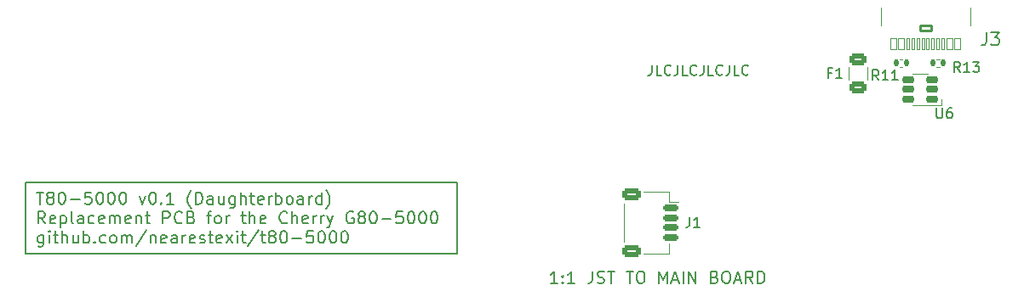
<source format=gbr>
%TF.GenerationSoftware,KiCad,Pcbnew,8.0.2*%
%TF.CreationDate,2024-11-08T17:25:48-08:00*%
%TF.ProjectId,gh80-5000-daughterboard,67683830-2d35-4303-9030-2d6461756768,rev?*%
%TF.SameCoordinates,Original*%
%TF.FileFunction,Legend,Top*%
%TF.FilePolarity,Positive*%
%FSLAX46Y46*%
G04 Gerber Fmt 4.6, Leading zero omitted, Abs format (unit mm)*
G04 Created by KiCad (PCBNEW 8.0.2) date 2024-11-08 17:25:48*
%MOMM*%
%LPD*%
G01*
G04 APERTURE LIST*
G04 Aperture macros list*
%AMRoundRect*
0 Rectangle with rounded corners*
0 $1 Rounding radius*
0 $2 $3 $4 $5 $6 $7 $8 $9 X,Y pos of 4 corners*
0 Add a 4 corners polygon primitive as box body*
4,1,4,$2,$3,$4,$5,$6,$7,$8,$9,$2,$3,0*
0 Add four circle primitives for the rounded corners*
1,1,$1+$1,$2,$3*
1,1,$1+$1,$4,$5*
1,1,$1+$1,$6,$7*
1,1,$1+$1,$8,$9*
0 Add four rect primitives between the rounded corners*
20,1,$1+$1,$2,$3,$4,$5,0*
20,1,$1+$1,$4,$5,$6,$7,0*
20,1,$1+$1,$6,$7,$8,$9,0*
20,1,$1+$1,$8,$9,$2,$3,0*%
G04 Aperture macros list end*
%ADD10C,0.150000*%
%ADD11C,0.200000*%
%ADD12C,0.158750*%
%ADD13C,0.120000*%
%ADD14C,0.254000*%
%ADD15RoundRect,0.250000X-0.625000X0.375000X-0.625000X-0.375000X0.625000X-0.375000X0.625000X0.375000X0*%
%ADD16RoundRect,0.135000X0.135000X0.185000X-0.135000X0.185000X-0.135000X-0.185000X0.135000X-0.185000X0*%
%ADD17C,0.650000*%
%ADD18RoundRect,0.050800X0.300000X0.575000X-0.300000X0.575000X-0.300000X-0.575000X0.300000X-0.575000X0*%
%ADD19RoundRect,0.050800X0.150000X0.575000X-0.150000X0.575000X-0.150000X-0.575000X0.150000X-0.575000X0*%
%ADD20O,1.001600X2.201600*%
%ADD21O,1.001600X1.901600*%
%ADD22RoundRect,0.150000X-0.625000X0.150000X-0.625000X-0.150000X0.625000X-0.150000X0.625000X0.150000X0*%
%ADD23RoundRect,0.250000X-0.650000X0.350000X-0.650000X-0.350000X0.650000X-0.350000X0.650000X0.350000X0*%
%ADD24RoundRect,0.135000X-0.135000X-0.185000X0.135000X-0.185000X0.135000X0.185000X-0.135000X0.185000X0*%
%ADD25RoundRect,0.150000X0.475000X0.150000X-0.475000X0.150000X-0.475000X-0.150000X0.475000X-0.150000X0*%
G04 APERTURE END LIST*
D10*
X163522493Y-54369819D02*
X163522493Y-55084104D01*
X163522493Y-55084104D02*
X163474874Y-55226961D01*
X163474874Y-55226961D02*
X163379636Y-55322200D01*
X163379636Y-55322200D02*
X163236779Y-55369819D01*
X163236779Y-55369819D02*
X163141541Y-55369819D01*
X164474874Y-55369819D02*
X163998684Y-55369819D01*
X163998684Y-55369819D02*
X163998684Y-54369819D01*
X165379636Y-55274580D02*
X165332017Y-55322200D01*
X165332017Y-55322200D02*
X165189160Y-55369819D01*
X165189160Y-55369819D02*
X165093922Y-55369819D01*
X165093922Y-55369819D02*
X164951065Y-55322200D01*
X164951065Y-55322200D02*
X164855827Y-55226961D01*
X164855827Y-55226961D02*
X164808208Y-55131723D01*
X164808208Y-55131723D02*
X164760589Y-54941247D01*
X164760589Y-54941247D02*
X164760589Y-54798390D01*
X164760589Y-54798390D02*
X164808208Y-54607914D01*
X164808208Y-54607914D02*
X164855827Y-54512676D01*
X164855827Y-54512676D02*
X164951065Y-54417438D01*
X164951065Y-54417438D02*
X165093922Y-54369819D01*
X165093922Y-54369819D02*
X165189160Y-54369819D01*
X165189160Y-54369819D02*
X165332017Y-54417438D01*
X165332017Y-54417438D02*
X165379636Y-54465057D01*
X166093922Y-54369819D02*
X166093922Y-55084104D01*
X166093922Y-55084104D02*
X166046303Y-55226961D01*
X166046303Y-55226961D02*
X165951065Y-55322200D01*
X165951065Y-55322200D02*
X165808208Y-55369819D01*
X165808208Y-55369819D02*
X165712970Y-55369819D01*
X167046303Y-55369819D02*
X166570113Y-55369819D01*
X166570113Y-55369819D02*
X166570113Y-54369819D01*
X167951065Y-55274580D02*
X167903446Y-55322200D01*
X167903446Y-55322200D02*
X167760589Y-55369819D01*
X167760589Y-55369819D02*
X167665351Y-55369819D01*
X167665351Y-55369819D02*
X167522494Y-55322200D01*
X167522494Y-55322200D02*
X167427256Y-55226961D01*
X167427256Y-55226961D02*
X167379637Y-55131723D01*
X167379637Y-55131723D02*
X167332018Y-54941247D01*
X167332018Y-54941247D02*
X167332018Y-54798390D01*
X167332018Y-54798390D02*
X167379637Y-54607914D01*
X167379637Y-54607914D02*
X167427256Y-54512676D01*
X167427256Y-54512676D02*
X167522494Y-54417438D01*
X167522494Y-54417438D02*
X167665351Y-54369819D01*
X167665351Y-54369819D02*
X167760589Y-54369819D01*
X167760589Y-54369819D02*
X167903446Y-54417438D01*
X167903446Y-54417438D02*
X167951065Y-54465057D01*
X168665351Y-54369819D02*
X168665351Y-55084104D01*
X168665351Y-55084104D02*
X168617732Y-55226961D01*
X168617732Y-55226961D02*
X168522494Y-55322200D01*
X168522494Y-55322200D02*
X168379637Y-55369819D01*
X168379637Y-55369819D02*
X168284399Y-55369819D01*
X169617732Y-55369819D02*
X169141542Y-55369819D01*
X169141542Y-55369819D02*
X169141542Y-54369819D01*
X170522494Y-55274580D02*
X170474875Y-55322200D01*
X170474875Y-55322200D02*
X170332018Y-55369819D01*
X170332018Y-55369819D02*
X170236780Y-55369819D01*
X170236780Y-55369819D02*
X170093923Y-55322200D01*
X170093923Y-55322200D02*
X169998685Y-55226961D01*
X169998685Y-55226961D02*
X169951066Y-55131723D01*
X169951066Y-55131723D02*
X169903447Y-54941247D01*
X169903447Y-54941247D02*
X169903447Y-54798390D01*
X169903447Y-54798390D02*
X169951066Y-54607914D01*
X169951066Y-54607914D02*
X169998685Y-54512676D01*
X169998685Y-54512676D02*
X170093923Y-54417438D01*
X170093923Y-54417438D02*
X170236780Y-54369819D01*
X170236780Y-54369819D02*
X170332018Y-54369819D01*
X170332018Y-54369819D02*
X170474875Y-54417438D01*
X170474875Y-54417438D02*
X170522494Y-54465057D01*
X171236780Y-54369819D02*
X171236780Y-55084104D01*
X171236780Y-55084104D02*
X171189161Y-55226961D01*
X171189161Y-55226961D02*
X171093923Y-55322200D01*
X171093923Y-55322200D02*
X170951066Y-55369819D01*
X170951066Y-55369819D02*
X170855828Y-55369819D01*
X172189161Y-55369819D02*
X171712971Y-55369819D01*
X171712971Y-55369819D02*
X171712971Y-54369819D01*
X173093923Y-55274580D02*
X173046304Y-55322200D01*
X173046304Y-55322200D02*
X172903447Y-55369819D01*
X172903447Y-55369819D02*
X172808209Y-55369819D01*
X172808209Y-55369819D02*
X172665352Y-55322200D01*
X172665352Y-55322200D02*
X172570114Y-55226961D01*
X172570114Y-55226961D02*
X172522495Y-55131723D01*
X172522495Y-55131723D02*
X172474876Y-54941247D01*
X172474876Y-54941247D02*
X172474876Y-54798390D01*
X172474876Y-54798390D02*
X172522495Y-54607914D01*
X172522495Y-54607914D02*
X172570114Y-54512676D01*
X172570114Y-54512676D02*
X172665352Y-54417438D01*
X172665352Y-54417438D02*
X172808209Y-54369819D01*
X172808209Y-54369819D02*
X172903447Y-54369819D01*
X172903447Y-54369819D02*
X173046304Y-54417438D01*
X173046304Y-54417438D02*
X173093923Y-54465057D01*
X154112969Y-76145342D02*
X153427255Y-76145342D01*
X153770112Y-76145342D02*
X153770112Y-74945342D01*
X153770112Y-74945342D02*
X153655826Y-75116771D01*
X153655826Y-75116771D02*
X153541541Y-75231057D01*
X153541541Y-75231057D02*
X153427255Y-75288200D01*
X154627255Y-76031057D02*
X154684398Y-76088200D01*
X154684398Y-76088200D02*
X154627255Y-76145342D01*
X154627255Y-76145342D02*
X154570112Y-76088200D01*
X154570112Y-76088200D02*
X154627255Y-76031057D01*
X154627255Y-76031057D02*
X154627255Y-76145342D01*
X154627255Y-75402485D02*
X154684398Y-75459628D01*
X154684398Y-75459628D02*
X154627255Y-75516771D01*
X154627255Y-75516771D02*
X154570112Y-75459628D01*
X154570112Y-75459628D02*
X154627255Y-75402485D01*
X154627255Y-75402485D02*
X154627255Y-75516771D01*
X155827255Y-76145342D02*
X155141541Y-76145342D01*
X155484398Y-76145342D02*
X155484398Y-74945342D01*
X155484398Y-74945342D02*
X155370112Y-75116771D01*
X155370112Y-75116771D02*
X155255827Y-75231057D01*
X155255827Y-75231057D02*
X155141541Y-75288200D01*
X157598684Y-74945342D02*
X157598684Y-75802485D01*
X157598684Y-75802485D02*
X157541541Y-75973914D01*
X157541541Y-75973914D02*
X157427255Y-76088200D01*
X157427255Y-76088200D02*
X157255827Y-76145342D01*
X157255827Y-76145342D02*
X157141541Y-76145342D01*
X158112970Y-76088200D02*
X158284399Y-76145342D01*
X158284399Y-76145342D02*
X158570113Y-76145342D01*
X158570113Y-76145342D02*
X158684399Y-76088200D01*
X158684399Y-76088200D02*
X158741541Y-76031057D01*
X158741541Y-76031057D02*
X158798684Y-75916771D01*
X158798684Y-75916771D02*
X158798684Y-75802485D01*
X158798684Y-75802485D02*
X158741541Y-75688200D01*
X158741541Y-75688200D02*
X158684399Y-75631057D01*
X158684399Y-75631057D02*
X158570113Y-75573914D01*
X158570113Y-75573914D02*
X158341541Y-75516771D01*
X158341541Y-75516771D02*
X158227256Y-75459628D01*
X158227256Y-75459628D02*
X158170113Y-75402485D01*
X158170113Y-75402485D02*
X158112970Y-75288200D01*
X158112970Y-75288200D02*
X158112970Y-75173914D01*
X158112970Y-75173914D02*
X158170113Y-75059628D01*
X158170113Y-75059628D02*
X158227256Y-75002485D01*
X158227256Y-75002485D02*
X158341541Y-74945342D01*
X158341541Y-74945342D02*
X158627256Y-74945342D01*
X158627256Y-74945342D02*
X158798684Y-75002485D01*
X159141541Y-74945342D02*
X159827256Y-74945342D01*
X159484398Y-76145342D02*
X159484398Y-74945342D01*
X160970113Y-74945342D02*
X161655828Y-74945342D01*
X161312970Y-76145342D02*
X161312970Y-74945342D01*
X162284399Y-74945342D02*
X162512971Y-74945342D01*
X162512971Y-74945342D02*
X162627256Y-75002485D01*
X162627256Y-75002485D02*
X162741542Y-75116771D01*
X162741542Y-75116771D02*
X162798685Y-75345342D01*
X162798685Y-75345342D02*
X162798685Y-75745342D01*
X162798685Y-75745342D02*
X162741542Y-75973914D01*
X162741542Y-75973914D02*
X162627256Y-76088200D01*
X162627256Y-76088200D02*
X162512971Y-76145342D01*
X162512971Y-76145342D02*
X162284399Y-76145342D01*
X162284399Y-76145342D02*
X162170114Y-76088200D01*
X162170114Y-76088200D02*
X162055828Y-75973914D01*
X162055828Y-75973914D02*
X161998685Y-75745342D01*
X161998685Y-75745342D02*
X161998685Y-75345342D01*
X161998685Y-75345342D02*
X162055828Y-75116771D01*
X162055828Y-75116771D02*
X162170114Y-75002485D01*
X162170114Y-75002485D02*
X162284399Y-74945342D01*
X164227257Y-76145342D02*
X164227257Y-74945342D01*
X164227257Y-74945342D02*
X164627257Y-75802485D01*
X164627257Y-75802485D02*
X165027257Y-74945342D01*
X165027257Y-74945342D02*
X165027257Y-76145342D01*
X165541543Y-75802485D02*
X166112972Y-75802485D01*
X165427257Y-76145342D02*
X165827257Y-74945342D01*
X165827257Y-74945342D02*
X166227257Y-76145342D01*
X166627257Y-76145342D02*
X166627257Y-74945342D01*
X167198686Y-76145342D02*
X167198686Y-74945342D01*
X167198686Y-74945342D02*
X167884400Y-76145342D01*
X167884400Y-76145342D02*
X167884400Y-74945342D01*
X169770115Y-75516771D02*
X169941543Y-75573914D01*
X169941543Y-75573914D02*
X169998686Y-75631057D01*
X169998686Y-75631057D02*
X170055829Y-75745342D01*
X170055829Y-75745342D02*
X170055829Y-75916771D01*
X170055829Y-75916771D02*
X169998686Y-76031057D01*
X169998686Y-76031057D02*
X169941543Y-76088200D01*
X169941543Y-76088200D02*
X169827258Y-76145342D01*
X169827258Y-76145342D02*
X169370115Y-76145342D01*
X169370115Y-76145342D02*
X169370115Y-74945342D01*
X169370115Y-74945342D02*
X169770115Y-74945342D01*
X169770115Y-74945342D02*
X169884401Y-75002485D01*
X169884401Y-75002485D02*
X169941543Y-75059628D01*
X169941543Y-75059628D02*
X169998686Y-75173914D01*
X169998686Y-75173914D02*
X169998686Y-75288200D01*
X169998686Y-75288200D02*
X169941543Y-75402485D01*
X169941543Y-75402485D02*
X169884401Y-75459628D01*
X169884401Y-75459628D02*
X169770115Y-75516771D01*
X169770115Y-75516771D02*
X169370115Y-75516771D01*
X170798686Y-74945342D02*
X171027258Y-74945342D01*
X171027258Y-74945342D02*
X171141543Y-75002485D01*
X171141543Y-75002485D02*
X171255829Y-75116771D01*
X171255829Y-75116771D02*
X171312972Y-75345342D01*
X171312972Y-75345342D02*
X171312972Y-75745342D01*
X171312972Y-75745342D02*
X171255829Y-75973914D01*
X171255829Y-75973914D02*
X171141543Y-76088200D01*
X171141543Y-76088200D02*
X171027258Y-76145342D01*
X171027258Y-76145342D02*
X170798686Y-76145342D01*
X170798686Y-76145342D02*
X170684401Y-76088200D01*
X170684401Y-76088200D02*
X170570115Y-75973914D01*
X170570115Y-75973914D02*
X170512972Y-75745342D01*
X170512972Y-75745342D02*
X170512972Y-75345342D01*
X170512972Y-75345342D02*
X170570115Y-75116771D01*
X170570115Y-75116771D02*
X170684401Y-75002485D01*
X170684401Y-75002485D02*
X170798686Y-74945342D01*
X171770115Y-75802485D02*
X172341544Y-75802485D01*
X171655829Y-76145342D02*
X172055829Y-74945342D01*
X172055829Y-74945342D02*
X172455829Y-76145342D01*
X173541543Y-76145342D02*
X173141543Y-75573914D01*
X172855829Y-76145342D02*
X172855829Y-74945342D01*
X172855829Y-74945342D02*
X173312972Y-74945342D01*
X173312972Y-74945342D02*
X173427257Y-75002485D01*
X173427257Y-75002485D02*
X173484400Y-75059628D01*
X173484400Y-75059628D02*
X173541543Y-75173914D01*
X173541543Y-75173914D02*
X173541543Y-75345342D01*
X173541543Y-75345342D02*
X173484400Y-75459628D01*
X173484400Y-75459628D02*
X173427257Y-75516771D01*
X173427257Y-75516771D02*
X173312972Y-75573914D01*
X173312972Y-75573914D02*
X172855829Y-75573914D01*
X174055829Y-76145342D02*
X174055829Y-74945342D01*
X174055829Y-74945342D02*
X174341543Y-74945342D01*
X174341543Y-74945342D02*
X174512972Y-75002485D01*
X174512972Y-75002485D02*
X174627257Y-75116771D01*
X174627257Y-75116771D02*
X174684400Y-75231057D01*
X174684400Y-75231057D02*
X174741543Y-75459628D01*
X174741543Y-75459628D02*
X174741543Y-75631057D01*
X174741543Y-75631057D02*
X174684400Y-75859628D01*
X174684400Y-75859628D02*
X174627257Y-75973914D01*
X174627257Y-75973914D02*
X174512972Y-76088200D01*
X174512972Y-76088200D02*
X174341543Y-76145342D01*
X174341543Y-76145342D02*
X174055829Y-76145342D01*
X102312969Y-67049342D02*
X102998684Y-67049342D01*
X102655826Y-68249342D02*
X102655826Y-67049342D01*
X103570112Y-67563628D02*
X103455827Y-67506485D01*
X103455827Y-67506485D02*
X103398684Y-67449342D01*
X103398684Y-67449342D02*
X103341541Y-67335057D01*
X103341541Y-67335057D02*
X103341541Y-67277914D01*
X103341541Y-67277914D02*
X103398684Y-67163628D01*
X103398684Y-67163628D02*
X103455827Y-67106485D01*
X103455827Y-67106485D02*
X103570112Y-67049342D01*
X103570112Y-67049342D02*
X103798684Y-67049342D01*
X103798684Y-67049342D02*
X103912970Y-67106485D01*
X103912970Y-67106485D02*
X103970112Y-67163628D01*
X103970112Y-67163628D02*
X104027255Y-67277914D01*
X104027255Y-67277914D02*
X104027255Y-67335057D01*
X104027255Y-67335057D02*
X103970112Y-67449342D01*
X103970112Y-67449342D02*
X103912970Y-67506485D01*
X103912970Y-67506485D02*
X103798684Y-67563628D01*
X103798684Y-67563628D02*
X103570112Y-67563628D01*
X103570112Y-67563628D02*
X103455827Y-67620771D01*
X103455827Y-67620771D02*
X103398684Y-67677914D01*
X103398684Y-67677914D02*
X103341541Y-67792200D01*
X103341541Y-67792200D02*
X103341541Y-68020771D01*
X103341541Y-68020771D02*
X103398684Y-68135057D01*
X103398684Y-68135057D02*
X103455827Y-68192200D01*
X103455827Y-68192200D02*
X103570112Y-68249342D01*
X103570112Y-68249342D02*
X103798684Y-68249342D01*
X103798684Y-68249342D02*
X103912970Y-68192200D01*
X103912970Y-68192200D02*
X103970112Y-68135057D01*
X103970112Y-68135057D02*
X104027255Y-68020771D01*
X104027255Y-68020771D02*
X104027255Y-67792200D01*
X104027255Y-67792200D02*
X103970112Y-67677914D01*
X103970112Y-67677914D02*
X103912970Y-67620771D01*
X103912970Y-67620771D02*
X103798684Y-67563628D01*
X104770112Y-67049342D02*
X104884398Y-67049342D01*
X104884398Y-67049342D02*
X104998684Y-67106485D01*
X104998684Y-67106485D02*
X105055827Y-67163628D01*
X105055827Y-67163628D02*
X105112969Y-67277914D01*
X105112969Y-67277914D02*
X105170112Y-67506485D01*
X105170112Y-67506485D02*
X105170112Y-67792200D01*
X105170112Y-67792200D02*
X105112969Y-68020771D01*
X105112969Y-68020771D02*
X105055827Y-68135057D01*
X105055827Y-68135057D02*
X104998684Y-68192200D01*
X104998684Y-68192200D02*
X104884398Y-68249342D01*
X104884398Y-68249342D02*
X104770112Y-68249342D01*
X104770112Y-68249342D02*
X104655827Y-68192200D01*
X104655827Y-68192200D02*
X104598684Y-68135057D01*
X104598684Y-68135057D02*
X104541541Y-68020771D01*
X104541541Y-68020771D02*
X104484398Y-67792200D01*
X104484398Y-67792200D02*
X104484398Y-67506485D01*
X104484398Y-67506485D02*
X104541541Y-67277914D01*
X104541541Y-67277914D02*
X104598684Y-67163628D01*
X104598684Y-67163628D02*
X104655827Y-67106485D01*
X104655827Y-67106485D02*
X104770112Y-67049342D01*
X105684398Y-67792200D02*
X106598684Y-67792200D01*
X107741540Y-67049342D02*
X107170112Y-67049342D01*
X107170112Y-67049342D02*
X107112969Y-67620771D01*
X107112969Y-67620771D02*
X107170112Y-67563628D01*
X107170112Y-67563628D02*
X107284398Y-67506485D01*
X107284398Y-67506485D02*
X107570112Y-67506485D01*
X107570112Y-67506485D02*
X107684398Y-67563628D01*
X107684398Y-67563628D02*
X107741540Y-67620771D01*
X107741540Y-67620771D02*
X107798683Y-67735057D01*
X107798683Y-67735057D02*
X107798683Y-68020771D01*
X107798683Y-68020771D02*
X107741540Y-68135057D01*
X107741540Y-68135057D02*
X107684398Y-68192200D01*
X107684398Y-68192200D02*
X107570112Y-68249342D01*
X107570112Y-68249342D02*
X107284398Y-68249342D01*
X107284398Y-68249342D02*
X107170112Y-68192200D01*
X107170112Y-68192200D02*
X107112969Y-68135057D01*
X108541540Y-67049342D02*
X108655826Y-67049342D01*
X108655826Y-67049342D02*
X108770112Y-67106485D01*
X108770112Y-67106485D02*
X108827255Y-67163628D01*
X108827255Y-67163628D02*
X108884397Y-67277914D01*
X108884397Y-67277914D02*
X108941540Y-67506485D01*
X108941540Y-67506485D02*
X108941540Y-67792200D01*
X108941540Y-67792200D02*
X108884397Y-68020771D01*
X108884397Y-68020771D02*
X108827255Y-68135057D01*
X108827255Y-68135057D02*
X108770112Y-68192200D01*
X108770112Y-68192200D02*
X108655826Y-68249342D01*
X108655826Y-68249342D02*
X108541540Y-68249342D01*
X108541540Y-68249342D02*
X108427255Y-68192200D01*
X108427255Y-68192200D02*
X108370112Y-68135057D01*
X108370112Y-68135057D02*
X108312969Y-68020771D01*
X108312969Y-68020771D02*
X108255826Y-67792200D01*
X108255826Y-67792200D02*
X108255826Y-67506485D01*
X108255826Y-67506485D02*
X108312969Y-67277914D01*
X108312969Y-67277914D02*
X108370112Y-67163628D01*
X108370112Y-67163628D02*
X108427255Y-67106485D01*
X108427255Y-67106485D02*
X108541540Y-67049342D01*
X109684397Y-67049342D02*
X109798683Y-67049342D01*
X109798683Y-67049342D02*
X109912969Y-67106485D01*
X109912969Y-67106485D02*
X109970112Y-67163628D01*
X109970112Y-67163628D02*
X110027254Y-67277914D01*
X110027254Y-67277914D02*
X110084397Y-67506485D01*
X110084397Y-67506485D02*
X110084397Y-67792200D01*
X110084397Y-67792200D02*
X110027254Y-68020771D01*
X110027254Y-68020771D02*
X109970112Y-68135057D01*
X109970112Y-68135057D02*
X109912969Y-68192200D01*
X109912969Y-68192200D02*
X109798683Y-68249342D01*
X109798683Y-68249342D02*
X109684397Y-68249342D01*
X109684397Y-68249342D02*
X109570112Y-68192200D01*
X109570112Y-68192200D02*
X109512969Y-68135057D01*
X109512969Y-68135057D02*
X109455826Y-68020771D01*
X109455826Y-68020771D02*
X109398683Y-67792200D01*
X109398683Y-67792200D02*
X109398683Y-67506485D01*
X109398683Y-67506485D02*
X109455826Y-67277914D01*
X109455826Y-67277914D02*
X109512969Y-67163628D01*
X109512969Y-67163628D02*
X109570112Y-67106485D01*
X109570112Y-67106485D02*
X109684397Y-67049342D01*
X110827254Y-67049342D02*
X110941540Y-67049342D01*
X110941540Y-67049342D02*
X111055826Y-67106485D01*
X111055826Y-67106485D02*
X111112969Y-67163628D01*
X111112969Y-67163628D02*
X111170111Y-67277914D01*
X111170111Y-67277914D02*
X111227254Y-67506485D01*
X111227254Y-67506485D02*
X111227254Y-67792200D01*
X111227254Y-67792200D02*
X111170111Y-68020771D01*
X111170111Y-68020771D02*
X111112969Y-68135057D01*
X111112969Y-68135057D02*
X111055826Y-68192200D01*
X111055826Y-68192200D02*
X110941540Y-68249342D01*
X110941540Y-68249342D02*
X110827254Y-68249342D01*
X110827254Y-68249342D02*
X110712969Y-68192200D01*
X110712969Y-68192200D02*
X110655826Y-68135057D01*
X110655826Y-68135057D02*
X110598683Y-68020771D01*
X110598683Y-68020771D02*
X110541540Y-67792200D01*
X110541540Y-67792200D02*
X110541540Y-67506485D01*
X110541540Y-67506485D02*
X110598683Y-67277914D01*
X110598683Y-67277914D02*
X110655826Y-67163628D01*
X110655826Y-67163628D02*
X110712969Y-67106485D01*
X110712969Y-67106485D02*
X110827254Y-67049342D01*
X112541540Y-67449342D02*
X112827254Y-68249342D01*
X112827254Y-68249342D02*
X113112969Y-67449342D01*
X113798683Y-67049342D02*
X113912969Y-67049342D01*
X113912969Y-67049342D02*
X114027255Y-67106485D01*
X114027255Y-67106485D02*
X114084398Y-67163628D01*
X114084398Y-67163628D02*
X114141540Y-67277914D01*
X114141540Y-67277914D02*
X114198683Y-67506485D01*
X114198683Y-67506485D02*
X114198683Y-67792200D01*
X114198683Y-67792200D02*
X114141540Y-68020771D01*
X114141540Y-68020771D02*
X114084398Y-68135057D01*
X114084398Y-68135057D02*
X114027255Y-68192200D01*
X114027255Y-68192200D02*
X113912969Y-68249342D01*
X113912969Y-68249342D02*
X113798683Y-68249342D01*
X113798683Y-68249342D02*
X113684398Y-68192200D01*
X113684398Y-68192200D02*
X113627255Y-68135057D01*
X113627255Y-68135057D02*
X113570112Y-68020771D01*
X113570112Y-68020771D02*
X113512969Y-67792200D01*
X113512969Y-67792200D02*
X113512969Y-67506485D01*
X113512969Y-67506485D02*
X113570112Y-67277914D01*
X113570112Y-67277914D02*
X113627255Y-67163628D01*
X113627255Y-67163628D02*
X113684398Y-67106485D01*
X113684398Y-67106485D02*
X113798683Y-67049342D01*
X114712969Y-68135057D02*
X114770112Y-68192200D01*
X114770112Y-68192200D02*
X114712969Y-68249342D01*
X114712969Y-68249342D02*
X114655826Y-68192200D01*
X114655826Y-68192200D02*
X114712969Y-68135057D01*
X114712969Y-68135057D02*
X114712969Y-68249342D01*
X115912969Y-68249342D02*
X115227255Y-68249342D01*
X115570112Y-68249342D02*
X115570112Y-67049342D01*
X115570112Y-67049342D02*
X115455826Y-67220771D01*
X115455826Y-67220771D02*
X115341541Y-67335057D01*
X115341541Y-67335057D02*
X115227255Y-67392200D01*
X117684398Y-68706485D02*
X117627255Y-68649342D01*
X117627255Y-68649342D02*
X117512969Y-68477914D01*
X117512969Y-68477914D02*
X117455827Y-68363628D01*
X117455827Y-68363628D02*
X117398684Y-68192200D01*
X117398684Y-68192200D02*
X117341541Y-67906485D01*
X117341541Y-67906485D02*
X117341541Y-67677914D01*
X117341541Y-67677914D02*
X117398684Y-67392200D01*
X117398684Y-67392200D02*
X117455827Y-67220771D01*
X117455827Y-67220771D02*
X117512969Y-67106485D01*
X117512969Y-67106485D02*
X117627255Y-66935057D01*
X117627255Y-66935057D02*
X117684398Y-66877914D01*
X118141541Y-68249342D02*
X118141541Y-67049342D01*
X118141541Y-67049342D02*
X118427255Y-67049342D01*
X118427255Y-67049342D02*
X118598684Y-67106485D01*
X118598684Y-67106485D02*
X118712969Y-67220771D01*
X118712969Y-67220771D02*
X118770112Y-67335057D01*
X118770112Y-67335057D02*
X118827255Y-67563628D01*
X118827255Y-67563628D02*
X118827255Y-67735057D01*
X118827255Y-67735057D02*
X118770112Y-67963628D01*
X118770112Y-67963628D02*
X118712969Y-68077914D01*
X118712969Y-68077914D02*
X118598684Y-68192200D01*
X118598684Y-68192200D02*
X118427255Y-68249342D01*
X118427255Y-68249342D02*
X118141541Y-68249342D01*
X119855827Y-68249342D02*
X119855827Y-67620771D01*
X119855827Y-67620771D02*
X119798684Y-67506485D01*
X119798684Y-67506485D02*
X119684398Y-67449342D01*
X119684398Y-67449342D02*
X119455827Y-67449342D01*
X119455827Y-67449342D02*
X119341541Y-67506485D01*
X119855827Y-68192200D02*
X119741541Y-68249342D01*
X119741541Y-68249342D02*
X119455827Y-68249342D01*
X119455827Y-68249342D02*
X119341541Y-68192200D01*
X119341541Y-68192200D02*
X119284398Y-68077914D01*
X119284398Y-68077914D02*
X119284398Y-67963628D01*
X119284398Y-67963628D02*
X119341541Y-67849342D01*
X119341541Y-67849342D02*
X119455827Y-67792200D01*
X119455827Y-67792200D02*
X119741541Y-67792200D01*
X119741541Y-67792200D02*
X119855827Y-67735057D01*
X120941541Y-67449342D02*
X120941541Y-68249342D01*
X120427255Y-67449342D02*
X120427255Y-68077914D01*
X120427255Y-68077914D02*
X120484398Y-68192200D01*
X120484398Y-68192200D02*
X120598683Y-68249342D01*
X120598683Y-68249342D02*
X120770112Y-68249342D01*
X120770112Y-68249342D02*
X120884398Y-68192200D01*
X120884398Y-68192200D02*
X120941541Y-68135057D01*
X122027255Y-67449342D02*
X122027255Y-68420771D01*
X122027255Y-68420771D02*
X121970112Y-68535057D01*
X121970112Y-68535057D02*
X121912969Y-68592200D01*
X121912969Y-68592200D02*
X121798683Y-68649342D01*
X121798683Y-68649342D02*
X121627255Y-68649342D01*
X121627255Y-68649342D02*
X121512969Y-68592200D01*
X122027255Y-68192200D02*
X121912969Y-68249342D01*
X121912969Y-68249342D02*
X121684397Y-68249342D01*
X121684397Y-68249342D02*
X121570112Y-68192200D01*
X121570112Y-68192200D02*
X121512969Y-68135057D01*
X121512969Y-68135057D02*
X121455826Y-68020771D01*
X121455826Y-68020771D02*
X121455826Y-67677914D01*
X121455826Y-67677914D02*
X121512969Y-67563628D01*
X121512969Y-67563628D02*
X121570112Y-67506485D01*
X121570112Y-67506485D02*
X121684397Y-67449342D01*
X121684397Y-67449342D02*
X121912969Y-67449342D01*
X121912969Y-67449342D02*
X122027255Y-67506485D01*
X122598683Y-68249342D02*
X122598683Y-67049342D01*
X123112969Y-68249342D02*
X123112969Y-67620771D01*
X123112969Y-67620771D02*
X123055826Y-67506485D01*
X123055826Y-67506485D02*
X122941540Y-67449342D01*
X122941540Y-67449342D02*
X122770111Y-67449342D01*
X122770111Y-67449342D02*
X122655826Y-67506485D01*
X122655826Y-67506485D02*
X122598683Y-67563628D01*
X123512968Y-67449342D02*
X123970111Y-67449342D01*
X123684397Y-67049342D02*
X123684397Y-68077914D01*
X123684397Y-68077914D02*
X123741540Y-68192200D01*
X123741540Y-68192200D02*
X123855825Y-68249342D01*
X123855825Y-68249342D02*
X123970111Y-68249342D01*
X124827254Y-68192200D02*
X124712968Y-68249342D01*
X124712968Y-68249342D02*
X124484397Y-68249342D01*
X124484397Y-68249342D02*
X124370111Y-68192200D01*
X124370111Y-68192200D02*
X124312968Y-68077914D01*
X124312968Y-68077914D02*
X124312968Y-67620771D01*
X124312968Y-67620771D02*
X124370111Y-67506485D01*
X124370111Y-67506485D02*
X124484397Y-67449342D01*
X124484397Y-67449342D02*
X124712968Y-67449342D01*
X124712968Y-67449342D02*
X124827254Y-67506485D01*
X124827254Y-67506485D02*
X124884397Y-67620771D01*
X124884397Y-67620771D02*
X124884397Y-67735057D01*
X124884397Y-67735057D02*
X124312968Y-67849342D01*
X125398682Y-68249342D02*
X125398682Y-67449342D01*
X125398682Y-67677914D02*
X125455825Y-67563628D01*
X125455825Y-67563628D02*
X125512968Y-67506485D01*
X125512968Y-67506485D02*
X125627253Y-67449342D01*
X125627253Y-67449342D02*
X125741539Y-67449342D01*
X126141539Y-68249342D02*
X126141539Y-67049342D01*
X126141539Y-67506485D02*
X126255825Y-67449342D01*
X126255825Y-67449342D02*
X126484396Y-67449342D01*
X126484396Y-67449342D02*
X126598682Y-67506485D01*
X126598682Y-67506485D02*
X126655825Y-67563628D01*
X126655825Y-67563628D02*
X126712967Y-67677914D01*
X126712967Y-67677914D02*
X126712967Y-68020771D01*
X126712967Y-68020771D02*
X126655825Y-68135057D01*
X126655825Y-68135057D02*
X126598682Y-68192200D01*
X126598682Y-68192200D02*
X126484396Y-68249342D01*
X126484396Y-68249342D02*
X126255825Y-68249342D01*
X126255825Y-68249342D02*
X126141539Y-68192200D01*
X127398681Y-68249342D02*
X127284396Y-68192200D01*
X127284396Y-68192200D02*
X127227253Y-68135057D01*
X127227253Y-68135057D02*
X127170110Y-68020771D01*
X127170110Y-68020771D02*
X127170110Y-67677914D01*
X127170110Y-67677914D02*
X127227253Y-67563628D01*
X127227253Y-67563628D02*
X127284396Y-67506485D01*
X127284396Y-67506485D02*
X127398681Y-67449342D01*
X127398681Y-67449342D02*
X127570110Y-67449342D01*
X127570110Y-67449342D02*
X127684396Y-67506485D01*
X127684396Y-67506485D02*
X127741539Y-67563628D01*
X127741539Y-67563628D02*
X127798681Y-67677914D01*
X127798681Y-67677914D02*
X127798681Y-68020771D01*
X127798681Y-68020771D02*
X127741539Y-68135057D01*
X127741539Y-68135057D02*
X127684396Y-68192200D01*
X127684396Y-68192200D02*
X127570110Y-68249342D01*
X127570110Y-68249342D02*
X127398681Y-68249342D01*
X128827253Y-68249342D02*
X128827253Y-67620771D01*
X128827253Y-67620771D02*
X128770110Y-67506485D01*
X128770110Y-67506485D02*
X128655824Y-67449342D01*
X128655824Y-67449342D02*
X128427253Y-67449342D01*
X128427253Y-67449342D02*
X128312967Y-67506485D01*
X128827253Y-68192200D02*
X128712967Y-68249342D01*
X128712967Y-68249342D02*
X128427253Y-68249342D01*
X128427253Y-68249342D02*
X128312967Y-68192200D01*
X128312967Y-68192200D02*
X128255824Y-68077914D01*
X128255824Y-68077914D02*
X128255824Y-67963628D01*
X128255824Y-67963628D02*
X128312967Y-67849342D01*
X128312967Y-67849342D02*
X128427253Y-67792200D01*
X128427253Y-67792200D02*
X128712967Y-67792200D01*
X128712967Y-67792200D02*
X128827253Y-67735057D01*
X129398681Y-68249342D02*
X129398681Y-67449342D01*
X129398681Y-67677914D02*
X129455824Y-67563628D01*
X129455824Y-67563628D02*
X129512967Y-67506485D01*
X129512967Y-67506485D02*
X129627252Y-67449342D01*
X129627252Y-67449342D02*
X129741538Y-67449342D01*
X130655824Y-68249342D02*
X130655824Y-67049342D01*
X130655824Y-68192200D02*
X130541538Y-68249342D01*
X130541538Y-68249342D02*
X130312966Y-68249342D01*
X130312966Y-68249342D02*
X130198681Y-68192200D01*
X130198681Y-68192200D02*
X130141538Y-68135057D01*
X130141538Y-68135057D02*
X130084395Y-68020771D01*
X130084395Y-68020771D02*
X130084395Y-67677914D01*
X130084395Y-67677914D02*
X130141538Y-67563628D01*
X130141538Y-67563628D02*
X130198681Y-67506485D01*
X130198681Y-67506485D02*
X130312966Y-67449342D01*
X130312966Y-67449342D02*
X130541538Y-67449342D01*
X130541538Y-67449342D02*
X130655824Y-67506485D01*
X131112966Y-68706485D02*
X131170109Y-68649342D01*
X131170109Y-68649342D02*
X131284395Y-68477914D01*
X131284395Y-68477914D02*
X131341538Y-68363628D01*
X131341538Y-68363628D02*
X131398680Y-68192200D01*
X131398680Y-68192200D02*
X131455823Y-67906485D01*
X131455823Y-67906485D02*
X131455823Y-67677914D01*
X131455823Y-67677914D02*
X131398680Y-67392200D01*
X131398680Y-67392200D02*
X131341538Y-67220771D01*
X131341538Y-67220771D02*
X131284395Y-67106485D01*
X131284395Y-67106485D02*
X131170109Y-66935057D01*
X131170109Y-66935057D02*
X131112966Y-66877914D01*
X103170112Y-70181275D02*
X102770112Y-69609847D01*
X102484398Y-70181275D02*
X102484398Y-68981275D01*
X102484398Y-68981275D02*
X102941541Y-68981275D01*
X102941541Y-68981275D02*
X103055826Y-69038418D01*
X103055826Y-69038418D02*
X103112969Y-69095561D01*
X103112969Y-69095561D02*
X103170112Y-69209847D01*
X103170112Y-69209847D02*
X103170112Y-69381275D01*
X103170112Y-69381275D02*
X103112969Y-69495561D01*
X103112969Y-69495561D02*
X103055826Y-69552704D01*
X103055826Y-69552704D02*
X102941541Y-69609847D01*
X102941541Y-69609847D02*
X102484398Y-69609847D01*
X104141541Y-70124133D02*
X104027255Y-70181275D01*
X104027255Y-70181275D02*
X103798684Y-70181275D01*
X103798684Y-70181275D02*
X103684398Y-70124133D01*
X103684398Y-70124133D02*
X103627255Y-70009847D01*
X103627255Y-70009847D02*
X103627255Y-69552704D01*
X103627255Y-69552704D02*
X103684398Y-69438418D01*
X103684398Y-69438418D02*
X103798684Y-69381275D01*
X103798684Y-69381275D02*
X104027255Y-69381275D01*
X104027255Y-69381275D02*
X104141541Y-69438418D01*
X104141541Y-69438418D02*
X104198684Y-69552704D01*
X104198684Y-69552704D02*
X104198684Y-69666990D01*
X104198684Y-69666990D02*
X103627255Y-69781275D01*
X104712969Y-69381275D02*
X104712969Y-70581275D01*
X104712969Y-69438418D02*
X104827255Y-69381275D01*
X104827255Y-69381275D02*
X105055826Y-69381275D01*
X105055826Y-69381275D02*
X105170112Y-69438418D01*
X105170112Y-69438418D02*
X105227255Y-69495561D01*
X105227255Y-69495561D02*
X105284397Y-69609847D01*
X105284397Y-69609847D02*
X105284397Y-69952704D01*
X105284397Y-69952704D02*
X105227255Y-70066990D01*
X105227255Y-70066990D02*
X105170112Y-70124133D01*
X105170112Y-70124133D02*
X105055826Y-70181275D01*
X105055826Y-70181275D02*
X104827255Y-70181275D01*
X104827255Y-70181275D02*
X104712969Y-70124133D01*
X105970111Y-70181275D02*
X105855826Y-70124133D01*
X105855826Y-70124133D02*
X105798683Y-70009847D01*
X105798683Y-70009847D02*
X105798683Y-68981275D01*
X106941540Y-70181275D02*
X106941540Y-69552704D01*
X106941540Y-69552704D02*
X106884397Y-69438418D01*
X106884397Y-69438418D02*
X106770111Y-69381275D01*
X106770111Y-69381275D02*
X106541540Y-69381275D01*
X106541540Y-69381275D02*
X106427254Y-69438418D01*
X106941540Y-70124133D02*
X106827254Y-70181275D01*
X106827254Y-70181275D02*
X106541540Y-70181275D01*
X106541540Y-70181275D02*
X106427254Y-70124133D01*
X106427254Y-70124133D02*
X106370111Y-70009847D01*
X106370111Y-70009847D02*
X106370111Y-69895561D01*
X106370111Y-69895561D02*
X106427254Y-69781275D01*
X106427254Y-69781275D02*
X106541540Y-69724133D01*
X106541540Y-69724133D02*
X106827254Y-69724133D01*
X106827254Y-69724133D02*
X106941540Y-69666990D01*
X108027254Y-70124133D02*
X107912968Y-70181275D01*
X107912968Y-70181275D02*
X107684396Y-70181275D01*
X107684396Y-70181275D02*
X107570111Y-70124133D01*
X107570111Y-70124133D02*
X107512968Y-70066990D01*
X107512968Y-70066990D02*
X107455825Y-69952704D01*
X107455825Y-69952704D02*
X107455825Y-69609847D01*
X107455825Y-69609847D02*
X107512968Y-69495561D01*
X107512968Y-69495561D02*
X107570111Y-69438418D01*
X107570111Y-69438418D02*
X107684396Y-69381275D01*
X107684396Y-69381275D02*
X107912968Y-69381275D01*
X107912968Y-69381275D02*
X108027254Y-69438418D01*
X108998682Y-70124133D02*
X108884396Y-70181275D01*
X108884396Y-70181275D02*
X108655825Y-70181275D01*
X108655825Y-70181275D02*
X108541539Y-70124133D01*
X108541539Y-70124133D02*
X108484396Y-70009847D01*
X108484396Y-70009847D02*
X108484396Y-69552704D01*
X108484396Y-69552704D02*
X108541539Y-69438418D01*
X108541539Y-69438418D02*
X108655825Y-69381275D01*
X108655825Y-69381275D02*
X108884396Y-69381275D01*
X108884396Y-69381275D02*
X108998682Y-69438418D01*
X108998682Y-69438418D02*
X109055825Y-69552704D01*
X109055825Y-69552704D02*
X109055825Y-69666990D01*
X109055825Y-69666990D02*
X108484396Y-69781275D01*
X109570110Y-70181275D02*
X109570110Y-69381275D01*
X109570110Y-69495561D02*
X109627253Y-69438418D01*
X109627253Y-69438418D02*
X109741538Y-69381275D01*
X109741538Y-69381275D02*
X109912967Y-69381275D01*
X109912967Y-69381275D02*
X110027253Y-69438418D01*
X110027253Y-69438418D02*
X110084396Y-69552704D01*
X110084396Y-69552704D02*
X110084396Y-70181275D01*
X110084396Y-69552704D02*
X110141538Y-69438418D01*
X110141538Y-69438418D02*
X110255824Y-69381275D01*
X110255824Y-69381275D02*
X110427253Y-69381275D01*
X110427253Y-69381275D02*
X110541538Y-69438418D01*
X110541538Y-69438418D02*
X110598681Y-69552704D01*
X110598681Y-69552704D02*
X110598681Y-70181275D01*
X111627253Y-70124133D02*
X111512967Y-70181275D01*
X111512967Y-70181275D02*
X111284396Y-70181275D01*
X111284396Y-70181275D02*
X111170110Y-70124133D01*
X111170110Y-70124133D02*
X111112967Y-70009847D01*
X111112967Y-70009847D02*
X111112967Y-69552704D01*
X111112967Y-69552704D02*
X111170110Y-69438418D01*
X111170110Y-69438418D02*
X111284396Y-69381275D01*
X111284396Y-69381275D02*
X111512967Y-69381275D01*
X111512967Y-69381275D02*
X111627253Y-69438418D01*
X111627253Y-69438418D02*
X111684396Y-69552704D01*
X111684396Y-69552704D02*
X111684396Y-69666990D01*
X111684396Y-69666990D02*
X111112967Y-69781275D01*
X112198681Y-69381275D02*
X112198681Y-70181275D01*
X112198681Y-69495561D02*
X112255824Y-69438418D01*
X112255824Y-69438418D02*
X112370109Y-69381275D01*
X112370109Y-69381275D02*
X112541538Y-69381275D01*
X112541538Y-69381275D02*
X112655824Y-69438418D01*
X112655824Y-69438418D02*
X112712967Y-69552704D01*
X112712967Y-69552704D02*
X112712967Y-70181275D01*
X113112966Y-69381275D02*
X113570109Y-69381275D01*
X113284395Y-68981275D02*
X113284395Y-70009847D01*
X113284395Y-70009847D02*
X113341538Y-70124133D01*
X113341538Y-70124133D02*
X113455823Y-70181275D01*
X113455823Y-70181275D02*
X113570109Y-70181275D01*
X114884395Y-70181275D02*
X114884395Y-68981275D01*
X114884395Y-68981275D02*
X115341538Y-68981275D01*
X115341538Y-68981275D02*
X115455823Y-69038418D01*
X115455823Y-69038418D02*
X115512966Y-69095561D01*
X115512966Y-69095561D02*
X115570109Y-69209847D01*
X115570109Y-69209847D02*
X115570109Y-69381275D01*
X115570109Y-69381275D02*
X115512966Y-69495561D01*
X115512966Y-69495561D02*
X115455823Y-69552704D01*
X115455823Y-69552704D02*
X115341538Y-69609847D01*
X115341538Y-69609847D02*
X114884395Y-69609847D01*
X116770109Y-70066990D02*
X116712966Y-70124133D01*
X116712966Y-70124133D02*
X116541538Y-70181275D01*
X116541538Y-70181275D02*
X116427252Y-70181275D01*
X116427252Y-70181275D02*
X116255823Y-70124133D01*
X116255823Y-70124133D02*
X116141538Y-70009847D01*
X116141538Y-70009847D02*
X116084395Y-69895561D01*
X116084395Y-69895561D02*
X116027252Y-69666990D01*
X116027252Y-69666990D02*
X116027252Y-69495561D01*
X116027252Y-69495561D02*
X116084395Y-69266990D01*
X116084395Y-69266990D02*
X116141538Y-69152704D01*
X116141538Y-69152704D02*
X116255823Y-69038418D01*
X116255823Y-69038418D02*
X116427252Y-68981275D01*
X116427252Y-68981275D02*
X116541538Y-68981275D01*
X116541538Y-68981275D02*
X116712966Y-69038418D01*
X116712966Y-69038418D02*
X116770109Y-69095561D01*
X117684395Y-69552704D02*
X117855823Y-69609847D01*
X117855823Y-69609847D02*
X117912966Y-69666990D01*
X117912966Y-69666990D02*
X117970109Y-69781275D01*
X117970109Y-69781275D02*
X117970109Y-69952704D01*
X117970109Y-69952704D02*
X117912966Y-70066990D01*
X117912966Y-70066990D02*
X117855823Y-70124133D01*
X117855823Y-70124133D02*
X117741538Y-70181275D01*
X117741538Y-70181275D02*
X117284395Y-70181275D01*
X117284395Y-70181275D02*
X117284395Y-68981275D01*
X117284395Y-68981275D02*
X117684395Y-68981275D01*
X117684395Y-68981275D02*
X117798681Y-69038418D01*
X117798681Y-69038418D02*
X117855823Y-69095561D01*
X117855823Y-69095561D02*
X117912966Y-69209847D01*
X117912966Y-69209847D02*
X117912966Y-69324133D01*
X117912966Y-69324133D02*
X117855823Y-69438418D01*
X117855823Y-69438418D02*
X117798681Y-69495561D01*
X117798681Y-69495561D02*
X117684395Y-69552704D01*
X117684395Y-69552704D02*
X117284395Y-69552704D01*
X119227252Y-69381275D02*
X119684395Y-69381275D01*
X119398681Y-70181275D02*
X119398681Y-69152704D01*
X119398681Y-69152704D02*
X119455824Y-69038418D01*
X119455824Y-69038418D02*
X119570109Y-68981275D01*
X119570109Y-68981275D02*
X119684395Y-68981275D01*
X120255823Y-70181275D02*
X120141538Y-70124133D01*
X120141538Y-70124133D02*
X120084395Y-70066990D01*
X120084395Y-70066990D02*
X120027252Y-69952704D01*
X120027252Y-69952704D02*
X120027252Y-69609847D01*
X120027252Y-69609847D02*
X120084395Y-69495561D01*
X120084395Y-69495561D02*
X120141538Y-69438418D01*
X120141538Y-69438418D02*
X120255823Y-69381275D01*
X120255823Y-69381275D02*
X120427252Y-69381275D01*
X120427252Y-69381275D02*
X120541538Y-69438418D01*
X120541538Y-69438418D02*
X120598681Y-69495561D01*
X120598681Y-69495561D02*
X120655823Y-69609847D01*
X120655823Y-69609847D02*
X120655823Y-69952704D01*
X120655823Y-69952704D02*
X120598681Y-70066990D01*
X120598681Y-70066990D02*
X120541538Y-70124133D01*
X120541538Y-70124133D02*
X120427252Y-70181275D01*
X120427252Y-70181275D02*
X120255823Y-70181275D01*
X121170109Y-70181275D02*
X121170109Y-69381275D01*
X121170109Y-69609847D02*
X121227252Y-69495561D01*
X121227252Y-69495561D02*
X121284395Y-69438418D01*
X121284395Y-69438418D02*
X121398680Y-69381275D01*
X121398680Y-69381275D02*
X121512966Y-69381275D01*
X122655823Y-69381275D02*
X123112966Y-69381275D01*
X122827252Y-68981275D02*
X122827252Y-70009847D01*
X122827252Y-70009847D02*
X122884395Y-70124133D01*
X122884395Y-70124133D02*
X122998680Y-70181275D01*
X122998680Y-70181275D02*
X123112966Y-70181275D01*
X123512966Y-70181275D02*
X123512966Y-68981275D01*
X124027252Y-70181275D02*
X124027252Y-69552704D01*
X124027252Y-69552704D02*
X123970109Y-69438418D01*
X123970109Y-69438418D02*
X123855823Y-69381275D01*
X123855823Y-69381275D02*
X123684394Y-69381275D01*
X123684394Y-69381275D02*
X123570109Y-69438418D01*
X123570109Y-69438418D02*
X123512966Y-69495561D01*
X125055823Y-70124133D02*
X124941537Y-70181275D01*
X124941537Y-70181275D02*
X124712966Y-70181275D01*
X124712966Y-70181275D02*
X124598680Y-70124133D01*
X124598680Y-70124133D02*
X124541537Y-70009847D01*
X124541537Y-70009847D02*
X124541537Y-69552704D01*
X124541537Y-69552704D02*
X124598680Y-69438418D01*
X124598680Y-69438418D02*
X124712966Y-69381275D01*
X124712966Y-69381275D02*
X124941537Y-69381275D01*
X124941537Y-69381275D02*
X125055823Y-69438418D01*
X125055823Y-69438418D02*
X125112966Y-69552704D01*
X125112966Y-69552704D02*
X125112966Y-69666990D01*
X125112966Y-69666990D02*
X124541537Y-69781275D01*
X127227251Y-70066990D02*
X127170108Y-70124133D01*
X127170108Y-70124133D02*
X126998680Y-70181275D01*
X126998680Y-70181275D02*
X126884394Y-70181275D01*
X126884394Y-70181275D02*
X126712965Y-70124133D01*
X126712965Y-70124133D02*
X126598680Y-70009847D01*
X126598680Y-70009847D02*
X126541537Y-69895561D01*
X126541537Y-69895561D02*
X126484394Y-69666990D01*
X126484394Y-69666990D02*
X126484394Y-69495561D01*
X126484394Y-69495561D02*
X126541537Y-69266990D01*
X126541537Y-69266990D02*
X126598680Y-69152704D01*
X126598680Y-69152704D02*
X126712965Y-69038418D01*
X126712965Y-69038418D02*
X126884394Y-68981275D01*
X126884394Y-68981275D02*
X126998680Y-68981275D01*
X126998680Y-68981275D02*
X127170108Y-69038418D01*
X127170108Y-69038418D02*
X127227251Y-69095561D01*
X127741537Y-70181275D02*
X127741537Y-68981275D01*
X128255823Y-70181275D02*
X128255823Y-69552704D01*
X128255823Y-69552704D02*
X128198680Y-69438418D01*
X128198680Y-69438418D02*
X128084394Y-69381275D01*
X128084394Y-69381275D02*
X127912965Y-69381275D01*
X127912965Y-69381275D02*
X127798680Y-69438418D01*
X127798680Y-69438418D02*
X127741537Y-69495561D01*
X129284394Y-70124133D02*
X129170108Y-70181275D01*
X129170108Y-70181275D02*
X128941537Y-70181275D01*
X128941537Y-70181275D02*
X128827251Y-70124133D01*
X128827251Y-70124133D02*
X128770108Y-70009847D01*
X128770108Y-70009847D02*
X128770108Y-69552704D01*
X128770108Y-69552704D02*
X128827251Y-69438418D01*
X128827251Y-69438418D02*
X128941537Y-69381275D01*
X128941537Y-69381275D02*
X129170108Y-69381275D01*
X129170108Y-69381275D02*
X129284394Y-69438418D01*
X129284394Y-69438418D02*
X129341537Y-69552704D01*
X129341537Y-69552704D02*
X129341537Y-69666990D01*
X129341537Y-69666990D02*
X128770108Y-69781275D01*
X129855822Y-70181275D02*
X129855822Y-69381275D01*
X129855822Y-69609847D02*
X129912965Y-69495561D01*
X129912965Y-69495561D02*
X129970108Y-69438418D01*
X129970108Y-69438418D02*
X130084393Y-69381275D01*
X130084393Y-69381275D02*
X130198679Y-69381275D01*
X130598679Y-70181275D02*
X130598679Y-69381275D01*
X130598679Y-69609847D02*
X130655822Y-69495561D01*
X130655822Y-69495561D02*
X130712965Y-69438418D01*
X130712965Y-69438418D02*
X130827250Y-69381275D01*
X130827250Y-69381275D02*
X130941536Y-69381275D01*
X131227250Y-69381275D02*
X131512964Y-70181275D01*
X131798679Y-69381275D02*
X131512964Y-70181275D01*
X131512964Y-70181275D02*
X131398679Y-70466990D01*
X131398679Y-70466990D02*
X131341536Y-70524133D01*
X131341536Y-70524133D02*
X131227250Y-70581275D01*
X133798679Y-69038418D02*
X133684394Y-68981275D01*
X133684394Y-68981275D02*
X133512965Y-68981275D01*
X133512965Y-68981275D02*
X133341536Y-69038418D01*
X133341536Y-69038418D02*
X133227251Y-69152704D01*
X133227251Y-69152704D02*
X133170108Y-69266990D01*
X133170108Y-69266990D02*
X133112965Y-69495561D01*
X133112965Y-69495561D02*
X133112965Y-69666990D01*
X133112965Y-69666990D02*
X133170108Y-69895561D01*
X133170108Y-69895561D02*
X133227251Y-70009847D01*
X133227251Y-70009847D02*
X133341536Y-70124133D01*
X133341536Y-70124133D02*
X133512965Y-70181275D01*
X133512965Y-70181275D02*
X133627251Y-70181275D01*
X133627251Y-70181275D02*
X133798679Y-70124133D01*
X133798679Y-70124133D02*
X133855822Y-70066990D01*
X133855822Y-70066990D02*
X133855822Y-69666990D01*
X133855822Y-69666990D02*
X133627251Y-69666990D01*
X134541536Y-69495561D02*
X134427251Y-69438418D01*
X134427251Y-69438418D02*
X134370108Y-69381275D01*
X134370108Y-69381275D02*
X134312965Y-69266990D01*
X134312965Y-69266990D02*
X134312965Y-69209847D01*
X134312965Y-69209847D02*
X134370108Y-69095561D01*
X134370108Y-69095561D02*
X134427251Y-69038418D01*
X134427251Y-69038418D02*
X134541536Y-68981275D01*
X134541536Y-68981275D02*
X134770108Y-68981275D01*
X134770108Y-68981275D02*
X134884394Y-69038418D01*
X134884394Y-69038418D02*
X134941536Y-69095561D01*
X134941536Y-69095561D02*
X134998679Y-69209847D01*
X134998679Y-69209847D02*
X134998679Y-69266990D01*
X134998679Y-69266990D02*
X134941536Y-69381275D01*
X134941536Y-69381275D02*
X134884394Y-69438418D01*
X134884394Y-69438418D02*
X134770108Y-69495561D01*
X134770108Y-69495561D02*
X134541536Y-69495561D01*
X134541536Y-69495561D02*
X134427251Y-69552704D01*
X134427251Y-69552704D02*
X134370108Y-69609847D01*
X134370108Y-69609847D02*
X134312965Y-69724133D01*
X134312965Y-69724133D02*
X134312965Y-69952704D01*
X134312965Y-69952704D02*
X134370108Y-70066990D01*
X134370108Y-70066990D02*
X134427251Y-70124133D01*
X134427251Y-70124133D02*
X134541536Y-70181275D01*
X134541536Y-70181275D02*
X134770108Y-70181275D01*
X134770108Y-70181275D02*
X134884394Y-70124133D01*
X134884394Y-70124133D02*
X134941536Y-70066990D01*
X134941536Y-70066990D02*
X134998679Y-69952704D01*
X134998679Y-69952704D02*
X134998679Y-69724133D01*
X134998679Y-69724133D02*
X134941536Y-69609847D01*
X134941536Y-69609847D02*
X134884394Y-69552704D01*
X134884394Y-69552704D02*
X134770108Y-69495561D01*
X135741536Y-68981275D02*
X135855822Y-68981275D01*
X135855822Y-68981275D02*
X135970108Y-69038418D01*
X135970108Y-69038418D02*
X136027251Y-69095561D01*
X136027251Y-69095561D02*
X136084393Y-69209847D01*
X136084393Y-69209847D02*
X136141536Y-69438418D01*
X136141536Y-69438418D02*
X136141536Y-69724133D01*
X136141536Y-69724133D02*
X136084393Y-69952704D01*
X136084393Y-69952704D02*
X136027251Y-70066990D01*
X136027251Y-70066990D02*
X135970108Y-70124133D01*
X135970108Y-70124133D02*
X135855822Y-70181275D01*
X135855822Y-70181275D02*
X135741536Y-70181275D01*
X135741536Y-70181275D02*
X135627251Y-70124133D01*
X135627251Y-70124133D02*
X135570108Y-70066990D01*
X135570108Y-70066990D02*
X135512965Y-69952704D01*
X135512965Y-69952704D02*
X135455822Y-69724133D01*
X135455822Y-69724133D02*
X135455822Y-69438418D01*
X135455822Y-69438418D02*
X135512965Y-69209847D01*
X135512965Y-69209847D02*
X135570108Y-69095561D01*
X135570108Y-69095561D02*
X135627251Y-69038418D01*
X135627251Y-69038418D02*
X135741536Y-68981275D01*
X136655822Y-69724133D02*
X137570108Y-69724133D01*
X138712964Y-68981275D02*
X138141536Y-68981275D01*
X138141536Y-68981275D02*
X138084393Y-69552704D01*
X138084393Y-69552704D02*
X138141536Y-69495561D01*
X138141536Y-69495561D02*
X138255822Y-69438418D01*
X138255822Y-69438418D02*
X138541536Y-69438418D01*
X138541536Y-69438418D02*
X138655822Y-69495561D01*
X138655822Y-69495561D02*
X138712964Y-69552704D01*
X138712964Y-69552704D02*
X138770107Y-69666990D01*
X138770107Y-69666990D02*
X138770107Y-69952704D01*
X138770107Y-69952704D02*
X138712964Y-70066990D01*
X138712964Y-70066990D02*
X138655822Y-70124133D01*
X138655822Y-70124133D02*
X138541536Y-70181275D01*
X138541536Y-70181275D02*
X138255822Y-70181275D01*
X138255822Y-70181275D02*
X138141536Y-70124133D01*
X138141536Y-70124133D02*
X138084393Y-70066990D01*
X139512964Y-68981275D02*
X139627250Y-68981275D01*
X139627250Y-68981275D02*
X139741536Y-69038418D01*
X139741536Y-69038418D02*
X139798679Y-69095561D01*
X139798679Y-69095561D02*
X139855821Y-69209847D01*
X139855821Y-69209847D02*
X139912964Y-69438418D01*
X139912964Y-69438418D02*
X139912964Y-69724133D01*
X139912964Y-69724133D02*
X139855821Y-69952704D01*
X139855821Y-69952704D02*
X139798679Y-70066990D01*
X139798679Y-70066990D02*
X139741536Y-70124133D01*
X139741536Y-70124133D02*
X139627250Y-70181275D01*
X139627250Y-70181275D02*
X139512964Y-70181275D01*
X139512964Y-70181275D02*
X139398679Y-70124133D01*
X139398679Y-70124133D02*
X139341536Y-70066990D01*
X139341536Y-70066990D02*
X139284393Y-69952704D01*
X139284393Y-69952704D02*
X139227250Y-69724133D01*
X139227250Y-69724133D02*
X139227250Y-69438418D01*
X139227250Y-69438418D02*
X139284393Y-69209847D01*
X139284393Y-69209847D02*
X139341536Y-69095561D01*
X139341536Y-69095561D02*
X139398679Y-69038418D01*
X139398679Y-69038418D02*
X139512964Y-68981275D01*
X140655821Y-68981275D02*
X140770107Y-68981275D01*
X140770107Y-68981275D02*
X140884393Y-69038418D01*
X140884393Y-69038418D02*
X140941536Y-69095561D01*
X140941536Y-69095561D02*
X140998678Y-69209847D01*
X140998678Y-69209847D02*
X141055821Y-69438418D01*
X141055821Y-69438418D02*
X141055821Y-69724133D01*
X141055821Y-69724133D02*
X140998678Y-69952704D01*
X140998678Y-69952704D02*
X140941536Y-70066990D01*
X140941536Y-70066990D02*
X140884393Y-70124133D01*
X140884393Y-70124133D02*
X140770107Y-70181275D01*
X140770107Y-70181275D02*
X140655821Y-70181275D01*
X140655821Y-70181275D02*
X140541536Y-70124133D01*
X140541536Y-70124133D02*
X140484393Y-70066990D01*
X140484393Y-70066990D02*
X140427250Y-69952704D01*
X140427250Y-69952704D02*
X140370107Y-69724133D01*
X140370107Y-69724133D02*
X140370107Y-69438418D01*
X140370107Y-69438418D02*
X140427250Y-69209847D01*
X140427250Y-69209847D02*
X140484393Y-69095561D01*
X140484393Y-69095561D02*
X140541536Y-69038418D01*
X140541536Y-69038418D02*
X140655821Y-68981275D01*
X141798678Y-68981275D02*
X141912964Y-68981275D01*
X141912964Y-68981275D02*
X142027250Y-69038418D01*
X142027250Y-69038418D02*
X142084393Y-69095561D01*
X142084393Y-69095561D02*
X142141535Y-69209847D01*
X142141535Y-69209847D02*
X142198678Y-69438418D01*
X142198678Y-69438418D02*
X142198678Y-69724133D01*
X142198678Y-69724133D02*
X142141535Y-69952704D01*
X142141535Y-69952704D02*
X142084393Y-70066990D01*
X142084393Y-70066990D02*
X142027250Y-70124133D01*
X142027250Y-70124133D02*
X141912964Y-70181275D01*
X141912964Y-70181275D02*
X141798678Y-70181275D01*
X141798678Y-70181275D02*
X141684393Y-70124133D01*
X141684393Y-70124133D02*
X141627250Y-70066990D01*
X141627250Y-70066990D02*
X141570107Y-69952704D01*
X141570107Y-69952704D02*
X141512964Y-69724133D01*
X141512964Y-69724133D02*
X141512964Y-69438418D01*
X141512964Y-69438418D02*
X141570107Y-69209847D01*
X141570107Y-69209847D02*
X141627250Y-69095561D01*
X141627250Y-69095561D02*
X141684393Y-69038418D01*
X141684393Y-69038418D02*
X141798678Y-68981275D01*
X102998684Y-71313208D02*
X102998684Y-72284637D01*
X102998684Y-72284637D02*
X102941541Y-72398923D01*
X102941541Y-72398923D02*
X102884398Y-72456066D01*
X102884398Y-72456066D02*
X102770112Y-72513208D01*
X102770112Y-72513208D02*
X102598684Y-72513208D01*
X102598684Y-72513208D02*
X102484398Y-72456066D01*
X102998684Y-72056066D02*
X102884398Y-72113208D01*
X102884398Y-72113208D02*
X102655826Y-72113208D01*
X102655826Y-72113208D02*
X102541541Y-72056066D01*
X102541541Y-72056066D02*
X102484398Y-71998923D01*
X102484398Y-71998923D02*
X102427255Y-71884637D01*
X102427255Y-71884637D02*
X102427255Y-71541780D01*
X102427255Y-71541780D02*
X102484398Y-71427494D01*
X102484398Y-71427494D02*
X102541541Y-71370351D01*
X102541541Y-71370351D02*
X102655826Y-71313208D01*
X102655826Y-71313208D02*
X102884398Y-71313208D01*
X102884398Y-71313208D02*
X102998684Y-71370351D01*
X103570112Y-72113208D02*
X103570112Y-71313208D01*
X103570112Y-70913208D02*
X103512969Y-70970351D01*
X103512969Y-70970351D02*
X103570112Y-71027494D01*
X103570112Y-71027494D02*
X103627255Y-70970351D01*
X103627255Y-70970351D02*
X103570112Y-70913208D01*
X103570112Y-70913208D02*
X103570112Y-71027494D01*
X103970112Y-71313208D02*
X104427255Y-71313208D01*
X104141541Y-70913208D02*
X104141541Y-71941780D01*
X104141541Y-71941780D02*
X104198684Y-72056066D01*
X104198684Y-72056066D02*
X104312969Y-72113208D01*
X104312969Y-72113208D02*
X104427255Y-72113208D01*
X104827255Y-72113208D02*
X104827255Y-70913208D01*
X105341541Y-72113208D02*
X105341541Y-71484637D01*
X105341541Y-71484637D02*
X105284398Y-71370351D01*
X105284398Y-71370351D02*
X105170112Y-71313208D01*
X105170112Y-71313208D02*
X104998683Y-71313208D01*
X104998683Y-71313208D02*
X104884398Y-71370351D01*
X104884398Y-71370351D02*
X104827255Y-71427494D01*
X106427255Y-71313208D02*
X106427255Y-72113208D01*
X105912969Y-71313208D02*
X105912969Y-71941780D01*
X105912969Y-71941780D02*
X105970112Y-72056066D01*
X105970112Y-72056066D02*
X106084397Y-72113208D01*
X106084397Y-72113208D02*
X106255826Y-72113208D01*
X106255826Y-72113208D02*
X106370112Y-72056066D01*
X106370112Y-72056066D02*
X106427255Y-71998923D01*
X106998683Y-72113208D02*
X106998683Y-70913208D01*
X106998683Y-71370351D02*
X107112969Y-71313208D01*
X107112969Y-71313208D02*
X107341540Y-71313208D01*
X107341540Y-71313208D02*
X107455826Y-71370351D01*
X107455826Y-71370351D02*
X107512969Y-71427494D01*
X107512969Y-71427494D02*
X107570111Y-71541780D01*
X107570111Y-71541780D02*
X107570111Y-71884637D01*
X107570111Y-71884637D02*
X107512969Y-71998923D01*
X107512969Y-71998923D02*
X107455826Y-72056066D01*
X107455826Y-72056066D02*
X107341540Y-72113208D01*
X107341540Y-72113208D02*
X107112969Y-72113208D01*
X107112969Y-72113208D02*
X106998683Y-72056066D01*
X108084397Y-71998923D02*
X108141540Y-72056066D01*
X108141540Y-72056066D02*
X108084397Y-72113208D01*
X108084397Y-72113208D02*
X108027254Y-72056066D01*
X108027254Y-72056066D02*
X108084397Y-71998923D01*
X108084397Y-71998923D02*
X108084397Y-72113208D01*
X109170112Y-72056066D02*
X109055826Y-72113208D01*
X109055826Y-72113208D02*
X108827254Y-72113208D01*
X108827254Y-72113208D02*
X108712969Y-72056066D01*
X108712969Y-72056066D02*
X108655826Y-71998923D01*
X108655826Y-71998923D02*
X108598683Y-71884637D01*
X108598683Y-71884637D02*
X108598683Y-71541780D01*
X108598683Y-71541780D02*
X108655826Y-71427494D01*
X108655826Y-71427494D02*
X108712969Y-71370351D01*
X108712969Y-71370351D02*
X108827254Y-71313208D01*
X108827254Y-71313208D02*
X109055826Y-71313208D01*
X109055826Y-71313208D02*
X109170112Y-71370351D01*
X109855825Y-72113208D02*
X109741540Y-72056066D01*
X109741540Y-72056066D02*
X109684397Y-71998923D01*
X109684397Y-71998923D02*
X109627254Y-71884637D01*
X109627254Y-71884637D02*
X109627254Y-71541780D01*
X109627254Y-71541780D02*
X109684397Y-71427494D01*
X109684397Y-71427494D02*
X109741540Y-71370351D01*
X109741540Y-71370351D02*
X109855825Y-71313208D01*
X109855825Y-71313208D02*
X110027254Y-71313208D01*
X110027254Y-71313208D02*
X110141540Y-71370351D01*
X110141540Y-71370351D02*
X110198683Y-71427494D01*
X110198683Y-71427494D02*
X110255825Y-71541780D01*
X110255825Y-71541780D02*
X110255825Y-71884637D01*
X110255825Y-71884637D02*
X110198683Y-71998923D01*
X110198683Y-71998923D02*
X110141540Y-72056066D01*
X110141540Y-72056066D02*
X110027254Y-72113208D01*
X110027254Y-72113208D02*
X109855825Y-72113208D01*
X110770111Y-72113208D02*
X110770111Y-71313208D01*
X110770111Y-71427494D02*
X110827254Y-71370351D01*
X110827254Y-71370351D02*
X110941539Y-71313208D01*
X110941539Y-71313208D02*
X111112968Y-71313208D01*
X111112968Y-71313208D02*
X111227254Y-71370351D01*
X111227254Y-71370351D02*
X111284397Y-71484637D01*
X111284397Y-71484637D02*
X111284397Y-72113208D01*
X111284397Y-71484637D02*
X111341539Y-71370351D01*
X111341539Y-71370351D02*
X111455825Y-71313208D01*
X111455825Y-71313208D02*
X111627254Y-71313208D01*
X111627254Y-71313208D02*
X111741539Y-71370351D01*
X111741539Y-71370351D02*
X111798682Y-71484637D01*
X111798682Y-71484637D02*
X111798682Y-72113208D01*
X113227254Y-70856066D02*
X112198682Y-72398923D01*
X113627254Y-71313208D02*
X113627254Y-72113208D01*
X113627254Y-71427494D02*
X113684397Y-71370351D01*
X113684397Y-71370351D02*
X113798682Y-71313208D01*
X113798682Y-71313208D02*
X113970111Y-71313208D01*
X113970111Y-71313208D02*
X114084397Y-71370351D01*
X114084397Y-71370351D02*
X114141540Y-71484637D01*
X114141540Y-71484637D02*
X114141540Y-72113208D01*
X115170111Y-72056066D02*
X115055825Y-72113208D01*
X115055825Y-72113208D02*
X114827254Y-72113208D01*
X114827254Y-72113208D02*
X114712968Y-72056066D01*
X114712968Y-72056066D02*
X114655825Y-71941780D01*
X114655825Y-71941780D02*
X114655825Y-71484637D01*
X114655825Y-71484637D02*
X114712968Y-71370351D01*
X114712968Y-71370351D02*
X114827254Y-71313208D01*
X114827254Y-71313208D02*
X115055825Y-71313208D01*
X115055825Y-71313208D02*
X115170111Y-71370351D01*
X115170111Y-71370351D02*
X115227254Y-71484637D01*
X115227254Y-71484637D02*
X115227254Y-71598923D01*
X115227254Y-71598923D02*
X114655825Y-71713208D01*
X116255825Y-72113208D02*
X116255825Y-71484637D01*
X116255825Y-71484637D02*
X116198682Y-71370351D01*
X116198682Y-71370351D02*
X116084396Y-71313208D01*
X116084396Y-71313208D02*
X115855825Y-71313208D01*
X115855825Y-71313208D02*
X115741539Y-71370351D01*
X116255825Y-72056066D02*
X116141539Y-72113208D01*
X116141539Y-72113208D02*
X115855825Y-72113208D01*
X115855825Y-72113208D02*
X115741539Y-72056066D01*
X115741539Y-72056066D02*
X115684396Y-71941780D01*
X115684396Y-71941780D02*
X115684396Y-71827494D01*
X115684396Y-71827494D02*
X115741539Y-71713208D01*
X115741539Y-71713208D02*
X115855825Y-71656066D01*
X115855825Y-71656066D02*
X116141539Y-71656066D01*
X116141539Y-71656066D02*
X116255825Y-71598923D01*
X116827253Y-72113208D02*
X116827253Y-71313208D01*
X116827253Y-71541780D02*
X116884396Y-71427494D01*
X116884396Y-71427494D02*
X116941539Y-71370351D01*
X116941539Y-71370351D02*
X117055824Y-71313208D01*
X117055824Y-71313208D02*
X117170110Y-71313208D01*
X118027253Y-72056066D02*
X117912967Y-72113208D01*
X117912967Y-72113208D02*
X117684396Y-72113208D01*
X117684396Y-72113208D02*
X117570110Y-72056066D01*
X117570110Y-72056066D02*
X117512967Y-71941780D01*
X117512967Y-71941780D02*
X117512967Y-71484637D01*
X117512967Y-71484637D02*
X117570110Y-71370351D01*
X117570110Y-71370351D02*
X117684396Y-71313208D01*
X117684396Y-71313208D02*
X117912967Y-71313208D01*
X117912967Y-71313208D02*
X118027253Y-71370351D01*
X118027253Y-71370351D02*
X118084396Y-71484637D01*
X118084396Y-71484637D02*
X118084396Y-71598923D01*
X118084396Y-71598923D02*
X117512967Y-71713208D01*
X118541538Y-72056066D02*
X118655824Y-72113208D01*
X118655824Y-72113208D02*
X118884395Y-72113208D01*
X118884395Y-72113208D02*
X118998681Y-72056066D01*
X118998681Y-72056066D02*
X119055824Y-71941780D01*
X119055824Y-71941780D02*
X119055824Y-71884637D01*
X119055824Y-71884637D02*
X118998681Y-71770351D01*
X118998681Y-71770351D02*
X118884395Y-71713208D01*
X118884395Y-71713208D02*
X118712967Y-71713208D01*
X118712967Y-71713208D02*
X118598681Y-71656066D01*
X118598681Y-71656066D02*
X118541538Y-71541780D01*
X118541538Y-71541780D02*
X118541538Y-71484637D01*
X118541538Y-71484637D02*
X118598681Y-71370351D01*
X118598681Y-71370351D02*
X118712967Y-71313208D01*
X118712967Y-71313208D02*
X118884395Y-71313208D01*
X118884395Y-71313208D02*
X118998681Y-71370351D01*
X119398681Y-71313208D02*
X119855824Y-71313208D01*
X119570110Y-70913208D02*
X119570110Y-71941780D01*
X119570110Y-71941780D02*
X119627253Y-72056066D01*
X119627253Y-72056066D02*
X119741538Y-72113208D01*
X119741538Y-72113208D02*
X119855824Y-72113208D01*
X120712967Y-72056066D02*
X120598681Y-72113208D01*
X120598681Y-72113208D02*
X120370110Y-72113208D01*
X120370110Y-72113208D02*
X120255824Y-72056066D01*
X120255824Y-72056066D02*
X120198681Y-71941780D01*
X120198681Y-71941780D02*
X120198681Y-71484637D01*
X120198681Y-71484637D02*
X120255824Y-71370351D01*
X120255824Y-71370351D02*
X120370110Y-71313208D01*
X120370110Y-71313208D02*
X120598681Y-71313208D01*
X120598681Y-71313208D02*
X120712967Y-71370351D01*
X120712967Y-71370351D02*
X120770110Y-71484637D01*
X120770110Y-71484637D02*
X120770110Y-71598923D01*
X120770110Y-71598923D02*
X120198681Y-71713208D01*
X121170109Y-72113208D02*
X121798681Y-71313208D01*
X121170109Y-71313208D02*
X121798681Y-72113208D01*
X122255824Y-72113208D02*
X122255824Y-71313208D01*
X122255824Y-70913208D02*
X122198681Y-70970351D01*
X122198681Y-70970351D02*
X122255824Y-71027494D01*
X122255824Y-71027494D02*
X122312967Y-70970351D01*
X122312967Y-70970351D02*
X122255824Y-70913208D01*
X122255824Y-70913208D02*
X122255824Y-71027494D01*
X122655824Y-71313208D02*
X123112967Y-71313208D01*
X122827253Y-70913208D02*
X122827253Y-71941780D01*
X122827253Y-71941780D02*
X122884396Y-72056066D01*
X122884396Y-72056066D02*
X122998681Y-72113208D01*
X122998681Y-72113208D02*
X123112967Y-72113208D01*
X124370110Y-70856066D02*
X123341538Y-72398923D01*
X124598681Y-71313208D02*
X125055824Y-71313208D01*
X124770110Y-70913208D02*
X124770110Y-71941780D01*
X124770110Y-71941780D02*
X124827253Y-72056066D01*
X124827253Y-72056066D02*
X124941538Y-72113208D01*
X124941538Y-72113208D02*
X125055824Y-72113208D01*
X125627252Y-71427494D02*
X125512967Y-71370351D01*
X125512967Y-71370351D02*
X125455824Y-71313208D01*
X125455824Y-71313208D02*
X125398681Y-71198923D01*
X125398681Y-71198923D02*
X125398681Y-71141780D01*
X125398681Y-71141780D02*
X125455824Y-71027494D01*
X125455824Y-71027494D02*
X125512967Y-70970351D01*
X125512967Y-70970351D02*
X125627252Y-70913208D01*
X125627252Y-70913208D02*
X125855824Y-70913208D01*
X125855824Y-70913208D02*
X125970110Y-70970351D01*
X125970110Y-70970351D02*
X126027252Y-71027494D01*
X126027252Y-71027494D02*
X126084395Y-71141780D01*
X126084395Y-71141780D02*
X126084395Y-71198923D01*
X126084395Y-71198923D02*
X126027252Y-71313208D01*
X126027252Y-71313208D02*
X125970110Y-71370351D01*
X125970110Y-71370351D02*
X125855824Y-71427494D01*
X125855824Y-71427494D02*
X125627252Y-71427494D01*
X125627252Y-71427494D02*
X125512967Y-71484637D01*
X125512967Y-71484637D02*
X125455824Y-71541780D01*
X125455824Y-71541780D02*
X125398681Y-71656066D01*
X125398681Y-71656066D02*
X125398681Y-71884637D01*
X125398681Y-71884637D02*
X125455824Y-71998923D01*
X125455824Y-71998923D02*
X125512967Y-72056066D01*
X125512967Y-72056066D02*
X125627252Y-72113208D01*
X125627252Y-72113208D02*
X125855824Y-72113208D01*
X125855824Y-72113208D02*
X125970110Y-72056066D01*
X125970110Y-72056066D02*
X126027252Y-71998923D01*
X126027252Y-71998923D02*
X126084395Y-71884637D01*
X126084395Y-71884637D02*
X126084395Y-71656066D01*
X126084395Y-71656066D02*
X126027252Y-71541780D01*
X126027252Y-71541780D02*
X125970110Y-71484637D01*
X125970110Y-71484637D02*
X125855824Y-71427494D01*
X126827252Y-70913208D02*
X126941538Y-70913208D01*
X126941538Y-70913208D02*
X127055824Y-70970351D01*
X127055824Y-70970351D02*
X127112967Y-71027494D01*
X127112967Y-71027494D02*
X127170109Y-71141780D01*
X127170109Y-71141780D02*
X127227252Y-71370351D01*
X127227252Y-71370351D02*
X127227252Y-71656066D01*
X127227252Y-71656066D02*
X127170109Y-71884637D01*
X127170109Y-71884637D02*
X127112967Y-71998923D01*
X127112967Y-71998923D02*
X127055824Y-72056066D01*
X127055824Y-72056066D02*
X126941538Y-72113208D01*
X126941538Y-72113208D02*
X126827252Y-72113208D01*
X126827252Y-72113208D02*
X126712967Y-72056066D01*
X126712967Y-72056066D02*
X126655824Y-71998923D01*
X126655824Y-71998923D02*
X126598681Y-71884637D01*
X126598681Y-71884637D02*
X126541538Y-71656066D01*
X126541538Y-71656066D02*
X126541538Y-71370351D01*
X126541538Y-71370351D02*
X126598681Y-71141780D01*
X126598681Y-71141780D02*
X126655824Y-71027494D01*
X126655824Y-71027494D02*
X126712967Y-70970351D01*
X126712967Y-70970351D02*
X126827252Y-70913208D01*
X127741538Y-71656066D02*
X128655824Y-71656066D01*
X129798680Y-70913208D02*
X129227252Y-70913208D01*
X129227252Y-70913208D02*
X129170109Y-71484637D01*
X129170109Y-71484637D02*
X129227252Y-71427494D01*
X129227252Y-71427494D02*
X129341538Y-71370351D01*
X129341538Y-71370351D02*
X129627252Y-71370351D01*
X129627252Y-71370351D02*
X129741538Y-71427494D01*
X129741538Y-71427494D02*
X129798680Y-71484637D01*
X129798680Y-71484637D02*
X129855823Y-71598923D01*
X129855823Y-71598923D02*
X129855823Y-71884637D01*
X129855823Y-71884637D02*
X129798680Y-71998923D01*
X129798680Y-71998923D02*
X129741538Y-72056066D01*
X129741538Y-72056066D02*
X129627252Y-72113208D01*
X129627252Y-72113208D02*
X129341538Y-72113208D01*
X129341538Y-72113208D02*
X129227252Y-72056066D01*
X129227252Y-72056066D02*
X129170109Y-71998923D01*
X130598680Y-70913208D02*
X130712966Y-70913208D01*
X130712966Y-70913208D02*
X130827252Y-70970351D01*
X130827252Y-70970351D02*
X130884395Y-71027494D01*
X130884395Y-71027494D02*
X130941537Y-71141780D01*
X130941537Y-71141780D02*
X130998680Y-71370351D01*
X130998680Y-71370351D02*
X130998680Y-71656066D01*
X130998680Y-71656066D02*
X130941537Y-71884637D01*
X130941537Y-71884637D02*
X130884395Y-71998923D01*
X130884395Y-71998923D02*
X130827252Y-72056066D01*
X130827252Y-72056066D02*
X130712966Y-72113208D01*
X130712966Y-72113208D02*
X130598680Y-72113208D01*
X130598680Y-72113208D02*
X130484395Y-72056066D01*
X130484395Y-72056066D02*
X130427252Y-71998923D01*
X130427252Y-71998923D02*
X130370109Y-71884637D01*
X130370109Y-71884637D02*
X130312966Y-71656066D01*
X130312966Y-71656066D02*
X130312966Y-71370351D01*
X130312966Y-71370351D02*
X130370109Y-71141780D01*
X130370109Y-71141780D02*
X130427252Y-71027494D01*
X130427252Y-71027494D02*
X130484395Y-70970351D01*
X130484395Y-70970351D02*
X130598680Y-70913208D01*
X131741537Y-70913208D02*
X131855823Y-70913208D01*
X131855823Y-70913208D02*
X131970109Y-70970351D01*
X131970109Y-70970351D02*
X132027252Y-71027494D01*
X132027252Y-71027494D02*
X132084394Y-71141780D01*
X132084394Y-71141780D02*
X132141537Y-71370351D01*
X132141537Y-71370351D02*
X132141537Y-71656066D01*
X132141537Y-71656066D02*
X132084394Y-71884637D01*
X132084394Y-71884637D02*
X132027252Y-71998923D01*
X132027252Y-71998923D02*
X131970109Y-72056066D01*
X131970109Y-72056066D02*
X131855823Y-72113208D01*
X131855823Y-72113208D02*
X131741537Y-72113208D01*
X131741537Y-72113208D02*
X131627252Y-72056066D01*
X131627252Y-72056066D02*
X131570109Y-71998923D01*
X131570109Y-71998923D02*
X131512966Y-71884637D01*
X131512966Y-71884637D02*
X131455823Y-71656066D01*
X131455823Y-71656066D02*
X131455823Y-71370351D01*
X131455823Y-71370351D02*
X131512966Y-71141780D01*
X131512966Y-71141780D02*
X131570109Y-71027494D01*
X131570109Y-71027494D02*
X131627252Y-70970351D01*
X131627252Y-70970351D02*
X131741537Y-70913208D01*
X132884394Y-70913208D02*
X132998680Y-70913208D01*
X132998680Y-70913208D02*
X133112966Y-70970351D01*
X133112966Y-70970351D02*
X133170109Y-71027494D01*
X133170109Y-71027494D02*
X133227251Y-71141780D01*
X133227251Y-71141780D02*
X133284394Y-71370351D01*
X133284394Y-71370351D02*
X133284394Y-71656066D01*
X133284394Y-71656066D02*
X133227251Y-71884637D01*
X133227251Y-71884637D02*
X133170109Y-71998923D01*
X133170109Y-71998923D02*
X133112966Y-72056066D01*
X133112966Y-72056066D02*
X132998680Y-72113208D01*
X132998680Y-72113208D02*
X132884394Y-72113208D01*
X132884394Y-72113208D02*
X132770109Y-72056066D01*
X132770109Y-72056066D02*
X132712966Y-71998923D01*
X132712966Y-71998923D02*
X132655823Y-71884637D01*
X132655823Y-71884637D02*
X132598680Y-71656066D01*
X132598680Y-71656066D02*
X132598680Y-71370351D01*
X132598680Y-71370351D02*
X132655823Y-71141780D01*
X132655823Y-71141780D02*
X132712966Y-71027494D01*
X132712966Y-71027494D02*
X132770109Y-70970351D01*
X132770109Y-70970351D02*
X132884394Y-70913208D01*
D11*
X101200000Y-66100000D02*
X144100000Y-66100000D01*
X144100000Y-73200000D01*
X101200000Y-73200000D01*
X101200000Y-66100000D01*
D10*
X181366666Y-55131009D02*
X181033333Y-55131009D01*
X181033333Y-55654819D02*
X181033333Y-54654819D01*
X181033333Y-54654819D02*
X181509523Y-54654819D01*
X182414285Y-55654819D02*
X181842857Y-55654819D01*
X182128571Y-55654819D02*
X182128571Y-54654819D01*
X182128571Y-54654819D02*
X182033333Y-54797676D01*
X182033333Y-54797676D02*
X181938095Y-54892914D01*
X181938095Y-54892914D02*
X181842857Y-54940533D01*
X186057142Y-55854819D02*
X185723809Y-55378628D01*
X185485714Y-55854819D02*
X185485714Y-54854819D01*
X185485714Y-54854819D02*
X185866666Y-54854819D01*
X185866666Y-54854819D02*
X185961904Y-54902438D01*
X185961904Y-54902438D02*
X186009523Y-54950057D01*
X186009523Y-54950057D02*
X186057142Y-55045295D01*
X186057142Y-55045295D02*
X186057142Y-55188152D01*
X186057142Y-55188152D02*
X186009523Y-55283390D01*
X186009523Y-55283390D02*
X185961904Y-55331009D01*
X185961904Y-55331009D02*
X185866666Y-55378628D01*
X185866666Y-55378628D02*
X185485714Y-55378628D01*
X187009523Y-55854819D02*
X186438095Y-55854819D01*
X186723809Y-55854819D02*
X186723809Y-54854819D01*
X186723809Y-54854819D02*
X186628571Y-54997676D01*
X186628571Y-54997676D02*
X186533333Y-55092914D01*
X186533333Y-55092914D02*
X186438095Y-55140533D01*
X187961904Y-55854819D02*
X187390476Y-55854819D01*
X187676190Y-55854819D02*
X187676190Y-54854819D01*
X187676190Y-54854819D02*
X187580952Y-54997676D01*
X187580952Y-54997676D02*
X187485714Y-55092914D01*
X187485714Y-55092914D02*
X187390476Y-55140533D01*
D12*
X196776667Y-51109271D02*
X196776667Y-52016414D01*
X196776667Y-52016414D02*
X196716190Y-52197842D01*
X196716190Y-52197842D02*
X196595238Y-52318795D01*
X196595238Y-52318795D02*
X196413809Y-52379271D01*
X196413809Y-52379271D02*
X196292857Y-52379271D01*
X197260476Y-51109271D02*
X198046667Y-51109271D01*
X198046667Y-51109271D02*
X197623333Y-51593080D01*
X197623333Y-51593080D02*
X197804762Y-51593080D01*
X197804762Y-51593080D02*
X197925714Y-51653556D01*
X197925714Y-51653556D02*
X197986190Y-51714033D01*
X197986190Y-51714033D02*
X198046667Y-51834985D01*
X198046667Y-51834985D02*
X198046667Y-52137366D01*
X198046667Y-52137366D02*
X197986190Y-52258318D01*
X197986190Y-52258318D02*
X197925714Y-52318795D01*
X197925714Y-52318795D02*
X197804762Y-52379271D01*
X197804762Y-52379271D02*
X197441905Y-52379271D01*
X197441905Y-52379271D02*
X197320952Y-52318795D01*
X197320952Y-52318795D02*
X197260476Y-52258318D01*
D10*
X167266666Y-69554819D02*
X167266666Y-70269104D01*
X167266666Y-70269104D02*
X167219047Y-70411961D01*
X167219047Y-70411961D02*
X167123809Y-70507200D01*
X167123809Y-70507200D02*
X166980952Y-70554819D01*
X166980952Y-70554819D02*
X166885714Y-70554819D01*
X168266666Y-70554819D02*
X167695238Y-70554819D01*
X167980952Y-70554819D02*
X167980952Y-69554819D01*
X167980952Y-69554819D02*
X167885714Y-69697676D01*
X167885714Y-69697676D02*
X167790476Y-69792914D01*
X167790476Y-69792914D02*
X167695238Y-69840533D01*
X194157142Y-55054819D02*
X193823809Y-54578628D01*
X193585714Y-55054819D02*
X193585714Y-54054819D01*
X193585714Y-54054819D02*
X193966666Y-54054819D01*
X193966666Y-54054819D02*
X194061904Y-54102438D01*
X194061904Y-54102438D02*
X194109523Y-54150057D01*
X194109523Y-54150057D02*
X194157142Y-54245295D01*
X194157142Y-54245295D02*
X194157142Y-54388152D01*
X194157142Y-54388152D02*
X194109523Y-54483390D01*
X194109523Y-54483390D02*
X194061904Y-54531009D01*
X194061904Y-54531009D02*
X193966666Y-54578628D01*
X193966666Y-54578628D02*
X193585714Y-54578628D01*
X195109523Y-55054819D02*
X194538095Y-55054819D01*
X194823809Y-55054819D02*
X194823809Y-54054819D01*
X194823809Y-54054819D02*
X194728571Y-54197676D01*
X194728571Y-54197676D02*
X194633333Y-54292914D01*
X194633333Y-54292914D02*
X194538095Y-54340533D01*
X195442857Y-54054819D02*
X196061904Y-54054819D01*
X196061904Y-54054819D02*
X195728571Y-54435771D01*
X195728571Y-54435771D02*
X195871428Y-54435771D01*
X195871428Y-54435771D02*
X195966666Y-54483390D01*
X195966666Y-54483390D02*
X196014285Y-54531009D01*
X196014285Y-54531009D02*
X196061904Y-54626247D01*
X196061904Y-54626247D02*
X196061904Y-54864342D01*
X196061904Y-54864342D02*
X196014285Y-54959580D01*
X196014285Y-54959580D02*
X195966666Y-55007200D01*
X195966666Y-55007200D02*
X195871428Y-55054819D01*
X195871428Y-55054819D02*
X195585714Y-55054819D01*
X195585714Y-55054819D02*
X195490476Y-55007200D01*
X195490476Y-55007200D02*
X195442857Y-54959580D01*
X191838095Y-58654819D02*
X191838095Y-59464342D01*
X191838095Y-59464342D02*
X191885714Y-59559580D01*
X191885714Y-59559580D02*
X191933333Y-59607200D01*
X191933333Y-59607200D02*
X192028571Y-59654819D01*
X192028571Y-59654819D02*
X192219047Y-59654819D01*
X192219047Y-59654819D02*
X192314285Y-59607200D01*
X192314285Y-59607200D02*
X192361904Y-59559580D01*
X192361904Y-59559580D02*
X192409523Y-59464342D01*
X192409523Y-59464342D02*
X192409523Y-58654819D01*
X193314285Y-58654819D02*
X193123809Y-58654819D01*
X193123809Y-58654819D02*
X193028571Y-58702438D01*
X193028571Y-58702438D02*
X192980952Y-58750057D01*
X192980952Y-58750057D02*
X192885714Y-58892914D01*
X192885714Y-58892914D02*
X192838095Y-59083390D01*
X192838095Y-59083390D02*
X192838095Y-59464342D01*
X192838095Y-59464342D02*
X192885714Y-59559580D01*
X192885714Y-59559580D02*
X192933333Y-59607200D01*
X192933333Y-59607200D02*
X193028571Y-59654819D01*
X193028571Y-59654819D02*
X193219047Y-59654819D01*
X193219047Y-59654819D02*
X193314285Y-59607200D01*
X193314285Y-59607200D02*
X193361904Y-59559580D01*
X193361904Y-59559580D02*
X193409523Y-59464342D01*
X193409523Y-59464342D02*
X193409523Y-59226247D01*
X193409523Y-59226247D02*
X193361904Y-59131009D01*
X193361904Y-59131009D02*
X193314285Y-59083390D01*
X193314285Y-59083390D02*
X193219047Y-59035771D01*
X193219047Y-59035771D02*
X193028571Y-59035771D01*
X193028571Y-59035771D02*
X192933333Y-59083390D01*
X192933333Y-59083390D02*
X192885714Y-59131009D01*
X192885714Y-59131009D02*
X192838095Y-59226247D01*
D13*
%TO.C,F1*%
X183090000Y-54597936D02*
X183090000Y-55802064D01*
X184910000Y-54597936D02*
X184910000Y-55802064D01*
%TO.C,R11*%
X188453641Y-53770000D02*
X188146359Y-53770000D01*
X188453641Y-54530000D02*
X188146359Y-54530000D01*
%TO.C,J3*%
X186305000Y-48622300D02*
X186305000Y-50413200D01*
X195195000Y-48622300D02*
X195195000Y-50413200D01*
D14*
X191321600Y-50891200D02*
X190178600Y-50891200D01*
X190178600Y-50383200D01*
X191321600Y-50383200D01*
X191321600Y-50891200D01*
D13*
%TO.C,J1*%
X160715000Y-68160000D02*
X160715000Y-72040000D01*
X162685000Y-66990000D02*
X165185000Y-66990000D01*
X162685000Y-73210000D02*
X165185000Y-73210000D01*
X165185000Y-66990000D02*
X165185000Y-68040000D01*
X165185000Y-68040000D02*
X166175000Y-68040000D01*
X165185000Y-73210000D02*
X165185000Y-72160000D01*
%TO.C,R13*%
X191846359Y-53770000D02*
X192153641Y-53770000D01*
X191846359Y-54530000D02*
X192153641Y-54530000D01*
%TO.C,U6*%
X190200000Y-55240000D02*
X189400000Y-55240000D01*
X190200000Y-55240000D02*
X191000000Y-55240000D01*
X192300000Y-57750000D02*
X192300000Y-58360000D01*
X192300000Y-58360000D02*
X189400000Y-58360000D01*
%TD*%
%LPC*%
D15*
%TO.C,F1*%
X184000000Y-53800000D03*
X184000000Y-56600000D03*
%TD*%
D16*
%TO.C,R11*%
X188810000Y-54150000D03*
X187790000Y-54150000D03*
%TD*%
D17*
%TO.C,J3*%
X193640100Y-51122800D03*
X187860100Y-51122800D03*
D18*
X193950000Y-52247800D03*
X193149900Y-52247800D03*
D19*
X192000100Y-52247800D03*
X191000100Y-52247800D03*
X190499900Y-52247800D03*
X189499900Y-52247800D03*
D18*
X188350100Y-52247800D03*
X187550000Y-52247800D03*
X187550000Y-52247800D03*
X188350100Y-52247800D03*
D19*
X189000100Y-52247800D03*
X190000100Y-52247800D03*
X191499900Y-52247800D03*
X192499900Y-52247800D03*
D18*
X193149900Y-52247800D03*
X193950000Y-52247800D03*
D20*
X195069900Y-51682600D03*
D21*
X195069900Y-47502800D03*
D20*
X186430100Y-51682600D03*
D21*
X186430100Y-47502800D03*
%TD*%
D22*
%TO.C,J1*%
X165400000Y-68600000D03*
X165400000Y-69600000D03*
X165400000Y-70600000D03*
X165400000Y-71600000D03*
D23*
X161525000Y-67300000D03*
X161525000Y-72900000D03*
%TD*%
D24*
%TO.C,R13*%
X191490000Y-54150000D03*
X192510000Y-54150000D03*
%TD*%
D25*
%TO.C,U6*%
X191375000Y-57750000D03*
X191375000Y-56800000D03*
X191375000Y-55850000D03*
X189025000Y-55850000D03*
X189025000Y-56800000D03*
X189025000Y-57750000D03*
%TD*%
%LPD*%
M02*

</source>
